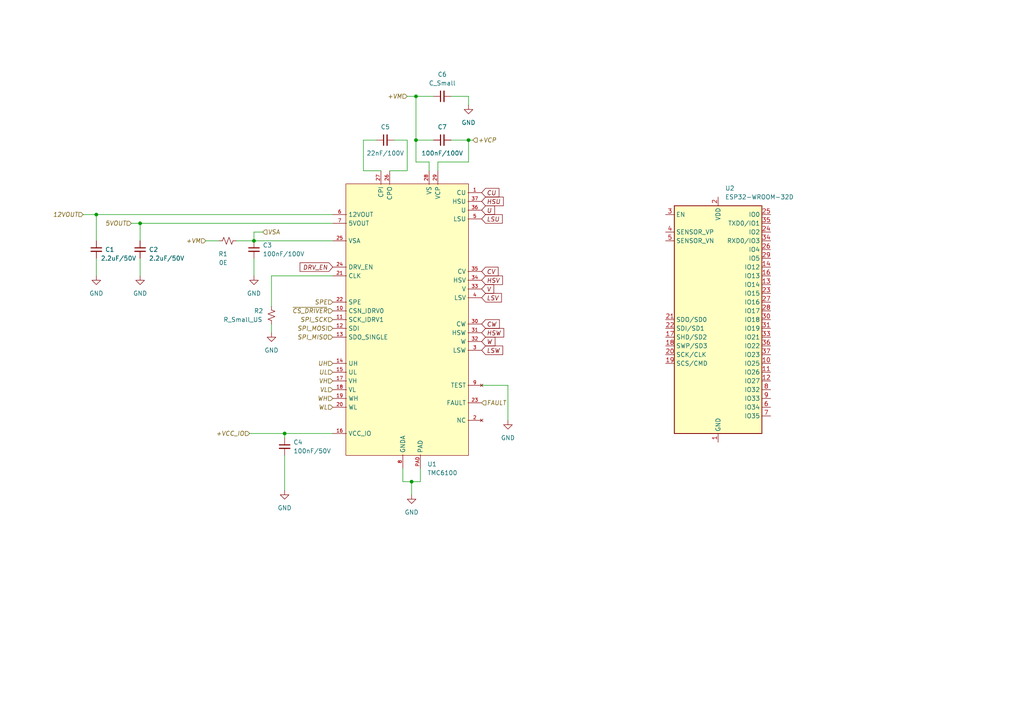
<source format=kicad_sch>
(kicad_sch (version 20211123) (generator eeschema)

  (uuid e63e39d7-6ac0-4ffd-8aa3-1841a4541b55)

  (paper "A4")

  (lib_symbols
    (symbol "Device:C_Small" (pin_numbers hide) (pin_names (offset 0.254) hide) (in_bom yes) (on_board yes)
      (property "Reference" "C" (id 0) (at 0.254 1.778 0)
        (effects (font (size 1.27 1.27)) (justify left))
      )
      (property "Value" "C_Small" (id 1) (at 0.254 -2.032 0)
        (effects (font (size 1.27 1.27)) (justify left))
      )
      (property "Footprint" "" (id 2) (at 0 0 0)
        (effects (font (size 1.27 1.27)) hide)
      )
      (property "Datasheet" "~" (id 3) (at 0 0 0)
        (effects (font (size 1.27 1.27)) hide)
      )
      (property "ki_keywords" "capacitor cap" (id 4) (at 0 0 0)
        (effects (font (size 1.27 1.27)) hide)
      )
      (property "ki_description" "Unpolarized capacitor, small symbol" (id 5) (at 0 0 0)
        (effects (font (size 1.27 1.27)) hide)
      )
      (property "ki_fp_filters" "C_*" (id 6) (at 0 0 0)
        (effects (font (size 1.27 1.27)) hide)
      )
      (symbol "C_Small_0_1"
        (polyline
          (pts
            (xy -1.524 -0.508)
            (xy 1.524 -0.508)
          )
          (stroke (width 0.3302) (type default) (color 0 0 0 0))
          (fill (type none))
        )
        (polyline
          (pts
            (xy -1.524 0.508)
            (xy 1.524 0.508)
          )
          (stroke (width 0.3048) (type default) (color 0 0 0 0))
          (fill (type none))
        )
      )
      (symbol "C_Small_1_1"
        (pin passive line (at 0 2.54 270) (length 2.032)
          (name "~" (effects (font (size 1.27 1.27))))
          (number "1" (effects (font (size 1.27 1.27))))
        )
        (pin passive line (at 0 -2.54 90) (length 2.032)
          (name "~" (effects (font (size 1.27 1.27))))
          (number "2" (effects (font (size 1.27 1.27))))
        )
      )
    )
    (symbol "Device:R_Small_US" (pin_numbers hide) (pin_names (offset 0.254) hide) (in_bom yes) (on_board yes)
      (property "Reference" "R" (id 0) (at 0.762 0.508 0)
        (effects (font (size 1.27 1.27)) (justify left))
      )
      (property "Value" "R_Small_US" (id 1) (at 0.762 -1.016 0)
        (effects (font (size 1.27 1.27)) (justify left))
      )
      (property "Footprint" "" (id 2) (at 0 0 0)
        (effects (font (size 1.27 1.27)) hide)
      )
      (property "Datasheet" "~" (id 3) (at 0 0 0)
        (effects (font (size 1.27 1.27)) hide)
      )
      (property "ki_keywords" "r resistor" (id 4) (at 0 0 0)
        (effects (font (size 1.27 1.27)) hide)
      )
      (property "ki_description" "Resistor, small US symbol" (id 5) (at 0 0 0)
        (effects (font (size 1.27 1.27)) hide)
      )
      (property "ki_fp_filters" "R_*" (id 6) (at 0 0 0)
        (effects (font (size 1.27 1.27)) hide)
      )
      (symbol "R_Small_US_1_1"
        (polyline
          (pts
            (xy 0 0)
            (xy 1.016 -0.381)
            (xy 0 -0.762)
            (xy -1.016 -1.143)
            (xy 0 -1.524)
          )
          (stroke (width 0) (type default) (color 0 0 0 0))
          (fill (type none))
        )
        (polyline
          (pts
            (xy 0 1.524)
            (xy 1.016 1.143)
            (xy 0 0.762)
            (xy -1.016 0.381)
            (xy 0 0)
          )
          (stroke (width 0) (type default) (color 0 0 0 0))
          (fill (type none))
        )
        (pin passive line (at 0 2.54 270) (length 1.016)
          (name "~" (effects (font (size 1.27 1.27))))
          (number "1" (effects (font (size 1.27 1.27))))
        )
        (pin passive line (at 0 -2.54 90) (length 1.016)
          (name "~" (effects (font (size 1.27 1.27))))
          (number "2" (effects (font (size 1.27 1.27))))
        )
      )
    )
    (symbol "RF_Module:ESP32-WROOM-32D" (in_bom yes) (on_board yes)
      (property "Reference" "U" (id 0) (at -12.7 34.29 0)
        (effects (font (size 1.27 1.27)) (justify left))
      )
      (property "Value" "ESP32-WROOM-32D" (id 1) (at 1.27 34.29 0)
        (effects (font (size 1.27 1.27)) (justify left))
      )
      (property "Footprint" "RF_Module:ESP32-WROOM-32" (id 2) (at 0 -38.1 0)
        (effects (font (size 1.27 1.27)) hide)
      )
      (property "Datasheet" "https://www.espressif.com/sites/default/files/documentation/esp32-wroom-32d_esp32-wroom-32u_datasheet_en.pdf" (id 3) (at -7.62 1.27 0)
        (effects (font (size 1.27 1.27)) hide)
      )
      (property "ki_keywords" "RF Radio BT ESP ESP32 Espressif onboard PCB antenna" (id 4) (at 0 0 0)
        (effects (font (size 1.27 1.27)) hide)
      )
      (property "ki_description" "RF Module, ESP32-D0WD SoC, Wi-Fi 802.11b/g/n, Bluetooth, BLE, 32-bit, 2.7-3.6V, onboard antenna, SMD" (id 5) (at 0 0 0)
        (effects (font (size 1.27 1.27)) hide)
      )
      (property "ki_fp_filters" "ESP32?WROOM?32*" (id 6) (at 0 0 0)
        (effects (font (size 1.27 1.27)) hide)
      )
      (symbol "ESP32-WROOM-32D_0_1"
        (rectangle (start -12.7 33.02) (end 12.7 -33.02)
          (stroke (width 0.254) (type default) (color 0 0 0 0))
          (fill (type background))
        )
      )
      (symbol "ESP32-WROOM-32D_1_1"
        (pin power_in line (at 0 -35.56 90) (length 2.54)
          (name "GND" (effects (font (size 1.27 1.27))))
          (number "1" (effects (font (size 1.27 1.27))))
        )
        (pin bidirectional line (at 15.24 -12.7 180) (length 2.54)
          (name "IO25" (effects (font (size 1.27 1.27))))
          (number "10" (effects (font (size 1.27 1.27))))
        )
        (pin bidirectional line (at 15.24 -15.24 180) (length 2.54)
          (name "IO26" (effects (font (size 1.27 1.27))))
          (number "11" (effects (font (size 1.27 1.27))))
        )
        (pin bidirectional line (at 15.24 -17.78 180) (length 2.54)
          (name "IO27" (effects (font (size 1.27 1.27))))
          (number "12" (effects (font (size 1.27 1.27))))
        )
        (pin bidirectional line (at 15.24 10.16 180) (length 2.54)
          (name "IO14" (effects (font (size 1.27 1.27))))
          (number "13" (effects (font (size 1.27 1.27))))
        )
        (pin bidirectional line (at 15.24 15.24 180) (length 2.54)
          (name "IO12" (effects (font (size 1.27 1.27))))
          (number "14" (effects (font (size 1.27 1.27))))
        )
        (pin passive line (at 0 -35.56 90) (length 2.54) hide
          (name "GND" (effects (font (size 1.27 1.27))))
          (number "15" (effects (font (size 1.27 1.27))))
        )
        (pin bidirectional line (at 15.24 12.7 180) (length 2.54)
          (name "IO13" (effects (font (size 1.27 1.27))))
          (number "16" (effects (font (size 1.27 1.27))))
        )
        (pin bidirectional line (at -15.24 -5.08 0) (length 2.54)
          (name "SHD/SD2" (effects (font (size 1.27 1.27))))
          (number "17" (effects (font (size 1.27 1.27))))
        )
        (pin bidirectional line (at -15.24 -7.62 0) (length 2.54)
          (name "SWP/SD3" (effects (font (size 1.27 1.27))))
          (number "18" (effects (font (size 1.27 1.27))))
        )
        (pin bidirectional line (at -15.24 -12.7 0) (length 2.54)
          (name "SCS/CMD" (effects (font (size 1.27 1.27))))
          (number "19" (effects (font (size 1.27 1.27))))
        )
        (pin power_in line (at 0 35.56 270) (length 2.54)
          (name "VDD" (effects (font (size 1.27 1.27))))
          (number "2" (effects (font (size 1.27 1.27))))
        )
        (pin bidirectional line (at -15.24 -10.16 0) (length 2.54)
          (name "SCK/CLK" (effects (font (size 1.27 1.27))))
          (number "20" (effects (font (size 1.27 1.27))))
        )
        (pin bidirectional line (at -15.24 0 0) (length 2.54)
          (name "SDO/SD0" (effects (font (size 1.27 1.27))))
          (number "21" (effects (font (size 1.27 1.27))))
        )
        (pin bidirectional line (at -15.24 -2.54 0) (length 2.54)
          (name "SDI/SD1" (effects (font (size 1.27 1.27))))
          (number "22" (effects (font (size 1.27 1.27))))
        )
        (pin bidirectional line (at 15.24 7.62 180) (length 2.54)
          (name "IO15" (effects (font (size 1.27 1.27))))
          (number "23" (effects (font (size 1.27 1.27))))
        )
        (pin bidirectional line (at 15.24 25.4 180) (length 2.54)
          (name "IO2" (effects (font (size 1.27 1.27))))
          (number "24" (effects (font (size 1.27 1.27))))
        )
        (pin bidirectional line (at 15.24 30.48 180) (length 2.54)
          (name "IO0" (effects (font (size 1.27 1.27))))
          (number "25" (effects (font (size 1.27 1.27))))
        )
        (pin bidirectional line (at 15.24 20.32 180) (length 2.54)
          (name "IO4" (effects (font (size 1.27 1.27))))
          (number "26" (effects (font (size 1.27 1.27))))
        )
        (pin bidirectional line (at 15.24 5.08 180) (length 2.54)
          (name "IO16" (effects (font (size 1.27 1.27))))
          (number "27" (effects (font (size 1.27 1.27))))
        )
        (pin bidirectional line (at 15.24 2.54 180) (length 2.54)
          (name "IO17" (effects (font (size 1.27 1.27))))
          (number "28" (effects (font (size 1.27 1.27))))
        )
        (pin bidirectional line (at 15.24 17.78 180) (length 2.54)
          (name "IO5" (effects (font (size 1.27 1.27))))
          (number "29" (effects (font (size 1.27 1.27))))
        )
        (pin input line (at -15.24 30.48 0) (length 2.54)
          (name "EN" (effects (font (size 1.27 1.27))))
          (number "3" (effects (font (size 1.27 1.27))))
        )
        (pin bidirectional line (at 15.24 0 180) (length 2.54)
          (name "IO18" (effects (font (size 1.27 1.27))))
          (number "30" (effects (font (size 1.27 1.27))))
        )
        (pin bidirectional line (at 15.24 -2.54 180) (length 2.54)
          (name "IO19" (effects (font (size 1.27 1.27))))
          (number "31" (effects (font (size 1.27 1.27))))
        )
        (pin no_connect line (at -12.7 -27.94 0) (length 2.54) hide
          (name "NC" (effects (font (size 1.27 1.27))))
          (number "32" (effects (font (size 1.27 1.27))))
        )
        (pin bidirectional line (at 15.24 -5.08 180) (length 2.54)
          (name "IO21" (effects (font (size 1.27 1.27))))
          (number "33" (effects (font (size 1.27 1.27))))
        )
        (pin bidirectional line (at 15.24 22.86 180) (length 2.54)
          (name "RXD0/IO3" (effects (font (size 1.27 1.27))))
          (number "34" (effects (font (size 1.27 1.27))))
        )
        (pin bidirectional line (at 15.24 27.94 180) (length 2.54)
          (name "TXD0/IO1" (effects (font (size 1.27 1.27))))
          (number "35" (effects (font (size 1.27 1.27))))
        )
        (pin bidirectional line (at 15.24 -7.62 180) (length 2.54)
          (name "IO22" (effects (font (size 1.27 1.27))))
          (number "36" (effects (font (size 1.27 1.27))))
        )
        (pin bidirectional line (at 15.24 -10.16 180) (length 2.54)
          (name "IO23" (effects (font (size 1.27 1.27))))
          (number "37" (effects (font (size 1.27 1.27))))
        )
        (pin passive line (at 0 -35.56 90) (length 2.54) hide
          (name "GND" (effects (font (size 1.27 1.27))))
          (number "38" (effects (font (size 1.27 1.27))))
        )
        (pin passive line (at 0 -35.56 90) (length 2.54) hide
          (name "GND" (effects (font (size 1.27 1.27))))
          (number "39" (effects (font (size 1.27 1.27))))
        )
        (pin input line (at -15.24 25.4 0) (length 2.54)
          (name "SENSOR_VP" (effects (font (size 1.27 1.27))))
          (number "4" (effects (font (size 1.27 1.27))))
        )
        (pin input line (at -15.24 22.86 0) (length 2.54)
          (name "SENSOR_VN" (effects (font (size 1.27 1.27))))
          (number "5" (effects (font (size 1.27 1.27))))
        )
        (pin input line (at 15.24 -25.4 180) (length 2.54)
          (name "IO34" (effects (font (size 1.27 1.27))))
          (number "6" (effects (font (size 1.27 1.27))))
        )
        (pin input line (at 15.24 -27.94 180) (length 2.54)
          (name "IO35" (effects (font (size 1.27 1.27))))
          (number "7" (effects (font (size 1.27 1.27))))
        )
        (pin bidirectional line (at 15.24 -20.32 180) (length 2.54)
          (name "IO32" (effects (font (size 1.27 1.27))))
          (number "8" (effects (font (size 1.27 1.27))))
        )
        (pin bidirectional line (at 15.24 -22.86 180) (length 2.54)
          (name "IO33" (effects (font (size 1.27 1.27))))
          (number "9" (effects (font (size 1.27 1.27))))
        )
      )
    )
    (symbol "SiFOCR:TMC6100" (in_bom yes) (on_board yes)
      (property "Reference" "U" (id 0) (at 0 45.72 0)
        (effects (font (size 1.27 1.27)))
      )
      (property "Value" "TMC6100" (id 1) (at 0 45.72 0)
        (effects (font (size 1.27 1.27)))
      )
      (property "Footprint" "" (id 2) (at 0 45.72 0)
        (effects (font (size 1.27 1.27)) hide)
      )
      (property "Datasheet" "" (id 3) (at 0 45.72 0)
        (effects (font (size 1.27 1.27)) hide)
      )
      (symbol "TMC6100_0_0"
        (pin power_in line (at 35.56 3.81 180) (length 3.9878)
          (name "CU" (effects (font (size 1.27 1.27))))
          (number "1" (effects (font (size 0.9906 0.9906))))
        )
        (pin bidirectional line (at -7.62 -30.48 0) (length 3.9878)
          (name "CSN_IDRV0" (effects (font (size 1.27 1.27))))
          (number "10" (effects (font (size 0.9906 0.9906))))
        )
        (pin bidirectional line (at -7.62 -33.02 0) (length 3.9878)
          (name "SCK_IDRV1" (effects (font (size 1.27 1.27))))
          (number "11" (effects (font (size 0.9906 0.9906))))
        )
        (pin bidirectional line (at -7.62 -35.56 0) (length 3.9878)
          (name "SDI" (effects (font (size 1.27 1.27))))
          (number "12" (effects (font (size 0.9906 0.9906))))
        )
        (pin bidirectional line (at -7.62 -38.1 0) (length 3.9878)
          (name "SDO_SINGLE" (effects (font (size 1.27 1.27))))
          (number "13" (effects (font (size 0.9906 0.9906))))
        )
        (pin input line (at -7.62 -45.72 0) (length 3.9878)
          (name "UH" (effects (font (size 1.27 1.27))))
          (number "14" (effects (font (size 0.9906 0.9906))))
        )
        (pin input line (at -7.62 -48.26 0) (length 3.9878)
          (name "UL" (effects (font (size 1.27 1.27))))
          (number "15" (effects (font (size 0.9906 0.9906))))
        )
        (pin input line (at -7.62 -66.04 0) (length 3.9878)
          (name "VCC_IO" (effects (font (size 1.27 1.27))))
          (number "16" (effects (font (size 0.9906 0.9906))))
        )
        (pin input line (at -7.62 -50.8 0) (length 3.9878)
          (name "VH" (effects (font (size 1.27 1.27))))
          (number "17" (effects (font (size 0.9906 0.9906))))
        )
        (pin input line (at -7.62 -53.34 0) (length 3.9878)
          (name "VL" (effects (font (size 1.27 1.27))))
          (number "18" (effects (font (size 0.9906 0.9906))))
        )
        (pin input line (at -7.62 -55.88 0) (length 3.9878)
          (name "WH" (effects (font (size 1.27 1.27))))
          (number "19" (effects (font (size 0.9906 0.9906))))
        )
        (pin no_connect line (at 35.56 -62.23 180) (length 3.9878)
          (name "NC" (effects (font (size 1.27 1.27))))
          (number "2" (effects (font (size 0.9906 0.9906))))
        )
        (pin input line (at -7.62 -58.42 0) (length 3.9878)
          (name "WL" (effects (font (size 1.27 1.27))))
          (number "20" (effects (font (size 0.9906 0.9906))))
        )
        (pin bidirectional line (at -7.62 -20.32 0) (length 3.9878)
          (name "CLK" (effects (font (size 1.27 1.27))))
          (number "21" (effects (font (size 0.9906 0.9906))))
        )
        (pin bidirectional line (at -7.62 -27.94 0) (length 3.9878)
          (name "SPE" (effects (font (size 1.27 1.27))))
          (number "22" (effects (font (size 0.9906 0.9906))))
        )
        (pin input line (at 35.56 -57.15 180) (length 3.9878)
          (name "FAULT" (effects (font (size 1.27 1.27))))
          (number "23" (effects (font (size 0.9906 0.9906))))
        )
        (pin input line (at -7.62 -17.78 0) (length 3.9878)
          (name "DRV_EN" (effects (font (size 1.27 1.27))))
          (number "24" (effects (font (size 0.9906 0.9906))))
        )
        (pin bidirectional line (at -7.62 -10.16 0) (length 3.9878)
          (name "VSA" (effects (font (size 1.27 1.27))))
          (number "25" (effects (font (size 0.9906 0.9906))))
        )
        (pin power_in line (at 8.89 10.16 270) (length 3.9878)
          (name "CPO" (effects (font (size 1.27 1.27))))
          (number "26" (effects (font (size 0.9906 0.9906))))
        )
        (pin power_in line (at 6.35 10.16 270) (length 3.9878)
          (name "CPI" (effects (font (size 1.27 1.27))))
          (number "27" (effects (font (size 0.9906 0.9906))))
        )
        (pin power_in line (at 20.32 10.16 270) (length 3.9878)
          (name "VS" (effects (font (size 1.27 1.27))))
          (number "28" (effects (font (size 0.9906 0.9906))))
        )
        (pin power_out line (at 22.86 10.16 270) (length 3.9878)
          (name "VCP" (effects (font (size 1.27 1.27))))
          (number "29" (effects (font (size 0.9906 0.9906))))
        )
        (pin power_out line (at 35.56 -41.91 180) (length 3.9878)
          (name "LSW" (effects (font (size 1.27 1.27))))
          (number "3" (effects (font (size 0.9906 0.9906))))
        )
        (pin power_out line (at 35.56 -34.29 180) (length 3.9878)
          (name "CW" (effects (font (size 1.27 1.27))))
          (number "30" (effects (font (size 0.9906 0.9906))))
        )
        (pin power_out line (at 35.56 -36.83 180) (length 3.9878)
          (name "HSW" (effects (font (size 1.27 1.27))))
          (number "31" (effects (font (size 0.9906 0.9906))))
        )
        (pin power_out line (at 35.56 -39.37 180) (length 3.9878)
          (name "W" (effects (font (size 1.27 1.27))))
          (number "32" (effects (font (size 0.9906 0.9906))))
        )
        (pin power_out line (at 35.56 -24.13 180) (length 3.9878)
          (name "V" (effects (font (size 1.27 1.27))))
          (number "33" (effects (font (size 0.9906 0.9906))))
        )
        (pin power_out line (at 35.56 -21.59 180) (length 3.9878)
          (name "HSV" (effects (font (size 1.27 1.27))))
          (number "34" (effects (font (size 0.9906 0.9906))))
        )
        (pin power_out line (at 35.56 -19.05 180) (length 3.9878)
          (name "CV" (effects (font (size 1.27 1.27))))
          (number "35" (effects (font (size 0.9906 0.9906))))
        )
        (pin power_out line (at 35.56 -1.27 180) (length 3.9878)
          (name "U" (effects (font (size 1.27 1.27))))
          (number "36" (effects (font (size 0.9906 0.9906))))
        )
        (pin power_out line (at 35.56 1.27 180) (length 3.9878)
          (name "HSU" (effects (font (size 1.27 1.27))))
          (number "37" (effects (font (size 0.9906 0.9906))))
        )
        (pin power_out line (at 35.56 -26.67 180) (length 3.9878)
          (name "LSV" (effects (font (size 1.27 1.27))))
          (number "4" (effects (font (size 0.9906 0.9906))))
        )
        (pin power_out line (at 35.56 -3.81 180) (length 3.9878)
          (name "LSU" (effects (font (size 1.27 1.27))))
          (number "5" (effects (font (size 0.9906 0.9906))))
        )
        (pin power_out line (at -7.62 -2.54 0) (length 3.9878)
          (name "12VOUT" (effects (font (size 1.27 1.27))))
          (number "6" (effects (font (size 0.9906 0.9906))))
        )
        (pin power_out line (at -7.62 -5.08 0) (length 3.9878)
          (name "5VOUT" (effects (font (size 1.27 1.27))))
          (number "7" (effects (font (size 0.9906 0.9906))))
        )
        (pin power_out line (at 12.7 -76.2 90) (length 3.9878)
          (name "GNDA" (effects (font (size 1.27 1.27))))
          (number "8" (effects (font (size 0.9906 0.9906))))
        )
        (pin no_connect line (at 35.56 -52.07 180) (length 3.9878)
          (name "TEST" (effects (font (size 1.27 1.27))))
          (number "9" (effects (font (size 0.9906 0.9906))))
        )
      )
      (symbol "TMC6100_0_1"
        (rectangle (start -3.81 6.35) (end 31.75 -72.39)
          (stroke (width 0) (type default) (color 0 0 0 0))
          (fill (type background))
        )
      )
      (symbol "TMC6100_1_1"
        (pin input line (at 17.78 -76.2 90) (length 3.9878)
          (name "PAD" (effects (font (size 1.27 1.27))))
          (number "PAD" (effects (font (size 0.9906 0.9906))))
        )
      )
    )
    (symbol "power:GND" (power) (pin_names (offset 0)) (in_bom yes) (on_board yes)
      (property "Reference" "#PWR" (id 0) (at 0 -6.35 0)
        (effects (font (size 1.27 1.27)) hide)
      )
      (property "Value" "GND" (id 1) (at 0 -3.81 0)
        (effects (font (size 1.27 1.27)))
      )
      (property "Footprint" "" (id 2) (at 0 0 0)
        (effects (font (size 1.27 1.27)) hide)
      )
      (property "Datasheet" "" (id 3) (at 0 0 0)
        (effects (font (size 1.27 1.27)) hide)
      )
      (property "ki_keywords" "power-flag" (id 4) (at 0 0 0)
        (effects (font (size 1.27 1.27)) hide)
      )
      (property "ki_description" "Power symbol creates a global label with name \"GND\" , ground" (id 5) (at 0 0 0)
        (effects (font (size 1.27 1.27)) hide)
      )
      (symbol "GND_0_1"
        (polyline
          (pts
            (xy 0 0)
            (xy 0 -1.27)
            (xy 1.27 -1.27)
            (xy 0 -2.54)
            (xy -1.27 -1.27)
            (xy 0 -1.27)
          )
          (stroke (width 0) (type default) (color 0 0 0 0))
          (fill (type none))
        )
      )
      (symbol "GND_1_1"
        (pin power_in line (at 0 0 270) (length 0) hide
          (name "GND" (effects (font (size 1.27 1.27))))
          (number "1" (effects (font (size 1.27 1.27))))
        )
      )
    )
  )

  (junction (at 120.65 27.94) (diameter 0) (color 0 0 0 0)
    (uuid 05783b37-49c6-41cc-8032-36496a1f734c)
  )
  (junction (at 27.94 62.23) (diameter 0) (color 0 0 0 0)
    (uuid 68fba86b-50e3-41ee-b52b-0732d8ff1b62)
  )
  (junction (at 119.38 139.7) (diameter 0) (color 0 0 0 0)
    (uuid 81b4498b-45e4-408e-a616-b5273468adcc)
  )
  (junction (at 82.55 125.73) (diameter 0) (color 0 0 0 0)
    (uuid a2d3206a-4f57-483a-a778-9695b7b13674)
  )
  (junction (at 135.89 40.64) (diameter 0) (color 0 0 0 0)
    (uuid cc4ef893-481c-4f8c-a574-4b3b172fd4d9)
  )
  (junction (at 120.65 40.64) (diameter 0) (color 0 0 0 0)
    (uuid d6d7e84f-f030-406a-bc13-5b00e8372e3d)
  )
  (junction (at 40.64 64.77) (diameter 0) (color 0 0 0 0)
    (uuid d71bfc95-467b-4bf4-bc2b-d16c880ec91e)
  )
  (junction (at 73.66 69.85) (diameter 0) (color 0 0 0 0)
    (uuid e455c97f-0735-47d0-954f-c7d41a1061e4)
  )

  (wire (pts (xy 68.58 69.85) (xy 73.66 69.85))
    (stroke (width 0) (type default) (color 0 0 0 0))
    (uuid 01afd943-3123-4571-bccf-409f98cfaba9)
  )
  (wire (pts (xy 73.66 74.93) (xy 73.66 80.01))
    (stroke (width 0) (type default) (color 0 0 0 0))
    (uuid 0e4dba94-69be-43f0-91f0-6a5748083353)
  )
  (wire (pts (xy 120.65 40.64) (xy 125.73 40.64))
    (stroke (width 0) (type default) (color 0 0 0 0))
    (uuid 0e6a16b7-fcb4-429a-bef4-6be241e9595d)
  )
  (wire (pts (xy 73.66 67.31) (xy 76.2 67.31))
    (stroke (width 0) (type default) (color 0 0 0 0))
    (uuid 120905bc-e2c9-4a76-8a86-bea1b36e1498)
  )
  (wire (pts (xy 127 49.53) (xy 127 46.99))
    (stroke (width 0) (type default) (color 0 0 0 0))
    (uuid 14b7678e-5762-4084-9dd6-03a43ac84e7d)
  )
  (wire (pts (xy 114.3 40.64) (xy 118.11 40.64))
    (stroke (width 0) (type default) (color 0 0 0 0))
    (uuid 1aa82f0d-2b95-4422-a485-ae22217acb78)
  )
  (wire (pts (xy 127 46.99) (xy 135.89 46.99))
    (stroke (width 0) (type default) (color 0 0 0 0))
    (uuid 2b4f0d6b-3163-4a97-920f-26b0d5d5bed4)
  )
  (wire (pts (xy 72.39 125.73) (xy 82.55 125.73))
    (stroke (width 0) (type default) (color 0 0 0 0))
    (uuid 2c35af05-394f-43f5-82f3-cc503ec943db)
  )
  (wire (pts (xy 147.32 111.76) (xy 147.32 121.92))
    (stroke (width 0) (type default) (color 0 0 0 0))
    (uuid 3440b3f3-8256-441e-89ff-72983e1e8c23)
  )
  (wire (pts (xy 73.66 69.85) (xy 73.66 67.31))
    (stroke (width 0) (type default) (color 0 0 0 0))
    (uuid 36611d5c-f620-45ba-958f-748212b5e1d6)
  )
  (wire (pts (xy 59.69 69.85) (xy 63.5 69.85))
    (stroke (width 0) (type default) (color 0 0 0 0))
    (uuid 39dd4e2b-b98c-4982-866e-f4cdc5b638cf)
  )
  (wire (pts (xy 73.66 69.85) (xy 96.52 69.85))
    (stroke (width 0) (type default) (color 0 0 0 0))
    (uuid 5118f1e4-6b2b-401a-a5cf-b5312e124495)
  )
  (wire (pts (xy 78.74 93.98) (xy 78.74 96.52))
    (stroke (width 0) (type default) (color 0 0 0 0))
    (uuid 58386ef2-6ad4-4027-9903-aec66276fcb4)
  )
  (wire (pts (xy 38.1 64.77) (xy 40.64 64.77))
    (stroke (width 0) (type default) (color 0 0 0 0))
    (uuid 58efc0f1-afb3-40a5-83c7-81f84aec0ff3)
  )
  (wire (pts (xy 40.64 74.93) (xy 40.64 80.01))
    (stroke (width 0) (type default) (color 0 0 0 0))
    (uuid 617ae239-d4af-4a04-98ad-5e220237e16d)
  )
  (wire (pts (xy 135.89 40.64) (xy 137.16 40.64))
    (stroke (width 0) (type default) (color 0 0 0 0))
    (uuid 61d2f13d-4087-407f-883e-154825f7bcde)
  )
  (wire (pts (xy 78.74 80.01) (xy 78.74 88.9))
    (stroke (width 0) (type default) (color 0 0 0 0))
    (uuid 653eb938-da12-4a51-b315-302f24362f20)
  )
  (wire (pts (xy 40.64 64.77) (xy 96.52 64.77))
    (stroke (width 0) (type default) (color 0 0 0 0))
    (uuid 66912298-b0d3-4c69-8f72-cd068185f639)
  )
  (wire (pts (xy 110.49 49.53) (xy 105.41 49.53))
    (stroke (width 0) (type default) (color 0 0 0 0))
    (uuid 69d7d0f1-0192-4b3e-9ab0-e19cfdb1f307)
  )
  (wire (pts (xy 27.94 62.23) (xy 96.52 62.23))
    (stroke (width 0) (type default) (color 0 0 0 0))
    (uuid 6abf7866-5027-4eee-b2f2-ad84b9ce2438)
  )
  (wire (pts (xy 119.38 139.7) (xy 121.92 139.7))
    (stroke (width 0) (type default) (color 0 0 0 0))
    (uuid 6e56977f-6078-45b8-afd9-332eb43858db)
  )
  (wire (pts (xy 82.55 125.73) (xy 96.52 125.73))
    (stroke (width 0) (type default) (color 0 0 0 0))
    (uuid 6e8f8ee5-8c01-4236-90ac-b5c4d9e320f1)
  )
  (wire (pts (xy 105.41 49.53) (xy 105.41 40.64))
    (stroke (width 0) (type default) (color 0 0 0 0))
    (uuid 6e9715e4-13f9-4959-b852-d1fb83876ecf)
  )
  (wire (pts (xy 116.84 135.89) (xy 116.84 139.7))
    (stroke (width 0) (type default) (color 0 0 0 0))
    (uuid 7c2da008-df3f-4543-9bff-7c21ad775617)
  )
  (wire (pts (xy 113.03 49.53) (xy 118.11 49.53))
    (stroke (width 0) (type default) (color 0 0 0 0))
    (uuid 8150e46a-084e-4e5d-932b-a4a8e2e7616c)
  )
  (wire (pts (xy 27.94 69.85) (xy 27.94 62.23))
    (stroke (width 0) (type default) (color 0 0 0 0))
    (uuid 85919167-a7b0-4c60-854a-08a7200f7a97)
  )
  (wire (pts (xy 40.64 64.77) (xy 40.64 69.85))
    (stroke (width 0) (type default) (color 0 0 0 0))
    (uuid 88f745ed-d72d-45d3-88cf-0f443e5916ac)
  )
  (wire (pts (xy 147.32 111.76) (xy 139.7 111.76))
    (stroke (width 0) (type default) (color 0 0 0 0))
    (uuid 9124e05c-2847-4694-b646-b54cc82eb619)
  )
  (wire (pts (xy 120.65 27.94) (xy 125.73 27.94))
    (stroke (width 0) (type default) (color 0 0 0 0))
    (uuid 91925796-ca07-4b40-ba7c-205009db5774)
  )
  (wire (pts (xy 82.55 125.73) (xy 82.55 127))
    (stroke (width 0) (type default) (color 0 0 0 0))
    (uuid 96a6d873-fa79-424e-a0d2-760d2be9a878)
  )
  (wire (pts (xy 82.55 132.08) (xy 82.55 142.24))
    (stroke (width 0) (type default) (color 0 0 0 0))
    (uuid 9e72866c-387a-40db-8ead-fe8bdca3e462)
  )
  (wire (pts (xy 120.65 46.99) (xy 120.65 40.64))
    (stroke (width 0) (type default) (color 0 0 0 0))
    (uuid a1494815-c4eb-44a3-910d-73531589b5e8)
  )
  (wire (pts (xy 135.89 46.99) (xy 135.89 40.64))
    (stroke (width 0) (type default) (color 0 0 0 0))
    (uuid a6291a3f-cea4-4d94-b16b-7ec3f1e573ca)
  )
  (wire (pts (xy 121.92 139.7) (xy 121.92 135.89))
    (stroke (width 0) (type default) (color 0 0 0 0))
    (uuid abd06736-e670-44b6-979c-cb25d410d555)
  )
  (wire (pts (xy 135.89 27.94) (xy 135.89 30.48))
    (stroke (width 0) (type default) (color 0 0 0 0))
    (uuid b0c6f6db-73e3-41d3-bb2c-70e154712583)
  )
  (wire (pts (xy 118.11 40.64) (xy 118.11 49.53))
    (stroke (width 0) (type default) (color 0 0 0 0))
    (uuid b51cc022-a049-4ae2-98ae-204fe5ad7a47)
  )
  (wire (pts (xy 130.81 27.94) (xy 135.89 27.94))
    (stroke (width 0) (type default) (color 0 0 0 0))
    (uuid b73d3512-4899-426e-a76d-1731fd3b6766)
  )
  (wire (pts (xy 130.81 40.64) (xy 135.89 40.64))
    (stroke (width 0) (type default) (color 0 0 0 0))
    (uuid bb1feb6a-121d-419c-a9df-d31a0aaa131b)
  )
  (wire (pts (xy 24.13 62.23) (xy 27.94 62.23))
    (stroke (width 0) (type default) (color 0 0 0 0))
    (uuid bbc04b9b-3202-4f25-b3de-71f5a7980541)
  )
  (wire (pts (xy 116.84 139.7) (xy 119.38 139.7))
    (stroke (width 0) (type default) (color 0 0 0 0))
    (uuid bd3fa25d-5b51-4992-bbbf-2f47c15516fd)
  )
  (wire (pts (xy 78.74 80.01) (xy 96.52 80.01))
    (stroke (width 0) (type default) (color 0 0 0 0))
    (uuid cb3f9151-e066-4fa9-92ff-0342be82b8c6)
  )
  (wire (pts (xy 124.46 49.53) (xy 124.46 46.99))
    (stroke (width 0) (type default) (color 0 0 0 0))
    (uuid d988fe8c-d332-4d4f-b0a3-adb63785f6c9)
  )
  (wire (pts (xy 27.94 74.93) (xy 27.94 80.01))
    (stroke (width 0) (type default) (color 0 0 0 0))
    (uuid db801b25-595a-42f2-bb53-620ed4eb1c42)
  )
  (wire (pts (xy 119.38 139.7) (xy 119.38 143.51))
    (stroke (width 0) (type default) (color 0 0 0 0))
    (uuid e08d28ad-7b39-479d-9c8c-0499734f469e)
  )
  (wire (pts (xy 120.65 40.64) (xy 120.65 27.94))
    (stroke (width 0) (type default) (color 0 0 0 0))
    (uuid e437d178-8d11-4332-a2e9-13d32df82032)
  )
  (wire (pts (xy 124.46 46.99) (xy 120.65 46.99))
    (stroke (width 0) (type default) (color 0 0 0 0))
    (uuid e9825316-d438-45e6-9449-284185b77885)
  )
  (wire (pts (xy 105.41 40.64) (xy 109.22 40.64))
    (stroke (width 0) (type default) (color 0 0 0 0))
    (uuid eeb29d84-e40c-42f5-b529-c7b8d5cfd209)
  )
  (wire (pts (xy 118.11 27.94) (xy 120.65 27.94))
    (stroke (width 0) (type default) (color 0 0 0 0))
    (uuid f454aff4-be4f-4427-b15a-c9e47dae5aef)
  )

  (global_label "CW" (shape input) (at 139.7 93.98 0) (fields_autoplaced)
    (effects (font (size 1.27 1.27) italic) (justify left))
    (uuid 01b47066-56af-45e9-b456-e34e13b78c46)
    (property "Intersheet References" "${INTERSHEET_REFS}" (id 0) (at 145.0901 93.9006 0)
      (effects (font (size 1.27 1.27) italic) (justify left) hide)
    )
  )
  (global_label "W" (shape input) (at 139.7 99.06 0) (fields_autoplaced)
    (effects (font (size 1.27 1.27) italic) (justify left))
    (uuid 15b8cce9-4931-4180-be3f-ea7eb1d9cb4b)
    (property "Intersheet References" "${INTERSHEET_REFS}" (id 0) (at 143.8201 98.9806 0)
      (effects (font (size 1.27 1.27) italic) (justify left) hide)
    )
  )
  (global_label "U" (shape input) (at 139.7 60.96 0) (fields_autoplaced)
    (effects (font (size 1.27 1.27) italic) (justify left))
    (uuid 19cac01c-d921-4dad-939e-d2d564f3f4c0)
    (property "Intersheet References" "${INTERSHEET_REFS}" (id 0) (at 143.6992 60.8806 0)
      (effects (font (size 1.27 1.27) italic) (justify left) hide)
    )
  )
  (global_label "LSU" (shape input) (at 139.7 63.5 0) (fields_autoplaced)
    (effects (font (size 1.27 1.27) italic) (justify left))
    (uuid 1ce83ea5-1605-419a-bb03-49c66c995542)
    (property "Intersheet References" "${INTERSHEET_REFS}" (id 0) (at 145.9368 63.4206 0)
      (effects (font (size 1.27 1.27) italic) (justify left) hide)
    )
  )
  (global_label "LSV" (shape input) (at 139.7 86.36 0) (fields_autoplaced)
    (effects (font (size 1.27 1.27) italic) (justify left))
    (uuid 21e7bff7-55fb-4bc9-972b-33bf636fac9b)
    (property "Intersheet References" "${INTERSHEET_REFS}" (id 0) (at 145.6949 86.2806 0)
      (effects (font (size 1.27 1.27) italic) (justify left) hide)
    )
  )
  (global_label "DRV_EN" (shape input) (at 96.52 77.47 180) (fields_autoplaced)
    (effects (font (size 1.27 1.27) italic) (justify right))
    (uuid 2cbd9cc6-3270-46ea-ad39-093b23bfce1c)
    (property "Intersheet References" "${INTERSHEET_REFS}" (id 0) (at 86.7756 77.3906 0)
      (effects (font (size 1.27 1.27) italic) (justify right) hide)
    )
  )
  (global_label "V" (shape input) (at 139.7 83.82 0) (fields_autoplaced)
    (effects (font (size 1.27 1.27) italic) (justify left))
    (uuid 555a0509-74c0-47db-8909-11f98fcc5dd1)
    (property "Intersheet References" "${INTERSHEET_REFS}" (id 0) (at 143.4573 83.7406 0)
      (effects (font (size 1.27 1.27) italic) (justify left) hide)
    )
  )
  (global_label "CU" (shape input) (at 139.7 55.88 0) (fields_autoplaced)
    (effects (font (size 1.27 1.27) italic) (justify left))
    (uuid 7bc5d086-47ae-404d-8db0-5238027db08a)
    (property "Intersheet References" "${INTERSHEET_REFS}" (id 0) (at 144.9692 55.8006 0)
      (effects (font (size 1.27 1.27) italic) (justify left) hide)
    )
  )
  (global_label "CV" (shape input) (at 139.7 78.74 0) (fields_autoplaced)
    (effects (font (size 1.27 1.27) italic) (justify left))
    (uuid 91c12701-7299-4ea0-a6a7-3685698be25f)
    (property "Intersheet References" "${INTERSHEET_REFS}" (id 0) (at 144.7273 78.6606 0)
      (effects (font (size 1.27 1.27) italic) (justify left) hide)
    )
  )
  (global_label "LSW" (shape input) (at 139.7 101.6 0) (fields_autoplaced)
    (effects (font (size 1.27 1.27) italic) (justify left))
    (uuid b5f5c22e-7f28-4daf-8c70-18010721d325)
    (property "Intersheet References" "${INTERSHEET_REFS}" (id 0) (at 146.0577 101.5206 0)
      (effects (font (size 1.27 1.27) italic) (justify left) hide)
    )
  )
  (global_label "HSU" (shape input) (at 139.7 58.42 0) (fields_autoplaced)
    (effects (font (size 1.27 1.27) italic) (justify left))
    (uuid bd908612-54ed-4f30-b710-0eb42757a4ac)
    (property "Intersheet References" "${INTERSHEET_REFS}" (id 0) (at 146.2392 58.3406 0)
      (effects (font (size 1.27 1.27) italic) (justify left) hide)
    )
  )
  (global_label "HSV" (shape input) (at 139.7 81.28 0) (fields_autoplaced)
    (effects (font (size 1.27 1.27) italic) (justify left))
    (uuid c8267f2a-c9f2-4fcf-bc0f-1cc3c9012c5f)
    (property "Intersheet References" "${INTERSHEET_REFS}" (id 0) (at 145.9973 81.2006 0)
      (effects (font (size 1.27 1.27) italic) (justify left) hide)
    )
  )
  (global_label "HSW" (shape input) (at 139.7 96.52 0) (fields_autoplaced)
    (effects (font (size 1.27 1.27) italic) (justify left))
    (uuid e07e5a0c-e140-49e4-9f83-f0ebe0b7eed7)
    (property "Intersheet References" "${INTERSHEET_REFS}" (id 0) (at 146.3601 96.4406 0)
      (effects (font (size 1.27 1.27) italic) (justify left) hide)
    )
  )

  (hierarchical_label "12VOUT" (shape input) (at 24.13 62.23 180)
    (effects (font (size 1.27 1.27) italic) (justify right))
    (uuid 0aef1b60-a716-4c45-ba8c-2c531877a8a1)
  )
  (hierarchical_label "VSA" (shape input) (at 76.2 67.31 0)
    (effects (font (size 1.27 1.27) italic) (justify left))
    (uuid 178cac95-dde0-49db-a6a2-c794e2a102c0)
  )
  (hierarchical_label "+VCC_IO" (shape input) (at 72.39 125.73 180)
    (effects (font (size 1.27 1.27) italic) (justify right))
    (uuid 1e59c40a-d469-4a89-83b7-bd73e94827fe)
  )
  (hierarchical_label "~{CS_DRIVER}" (shape input) (at 96.52 90.17 180)
    (effects (font (size 1.27 1.27) italic) (justify right))
    (uuid 320d0f37-fc82-4456-a014-80764543eba3)
  )
  (hierarchical_label "UL" (shape input) (at 96.52 107.95 180)
    (effects (font (size 1.27 1.27) italic) (justify right))
    (uuid 399bb7ae-5a51-43e8-bdae-e8c9ae172717)
  )
  (hierarchical_label "FAULT" (shape input) (at 139.7 116.84 0)
    (effects (font (size 1.27 1.27) italic) (justify left))
    (uuid 3ed0e7f9-a52f-46fe-b45e-96ea301a8674)
  )
  (hierarchical_label "SPI_MISO" (shape input) (at 96.52 97.79 180)
    (effects (font (size 1.27 1.27) italic) (justify right))
    (uuid 48ede83e-5ecd-41c8-bf11-36ce41c7b504)
  )
  (hierarchical_label "5VOUT" (shape input) (at 38.1 64.77 180)
    (effects (font (size 1.27 1.27) italic) (justify right))
    (uuid 51adf2df-a63a-4284-a755-721a0d0d68bf)
  )
  (hierarchical_label "UH" (shape input) (at 96.52 105.41 180)
    (effects (font (size 1.27 1.27) italic) (justify right))
    (uuid 5b74be9a-d294-4b06-ad25-d15bc5d1aa09)
  )
  (hierarchical_label "WL" (shape input) (at 96.52 118.11 180)
    (effects (font (size 1.27 1.27) italic) (justify right))
    (uuid 79b8d7ae-702a-4841-bcf3-dc46129e7073)
  )
  (hierarchical_label "+VM" (shape input) (at 118.11 27.94 180)
    (effects (font (size 1.27 1.27) italic) (justify right))
    (uuid 83ad8b1f-1e03-4f83-92a9-b86e384ad6be)
  )
  (hierarchical_label "SPI_MOSI" (shape input) (at 96.52 95.25 180)
    (effects (font (size 1.27 1.27) italic) (justify right))
    (uuid aa111982-e9d1-4ddd-ab3d-a1c6af6a8ac8)
  )
  (hierarchical_label "SPI_SCK" (shape input) (at 96.52 92.71 180)
    (effects (font (size 1.27 1.27) italic) (justify right))
    (uuid b983e96e-39ae-48b4-846c-27733c07215c)
  )
  (hierarchical_label "+VM" (shape input) (at 59.69 69.85 180)
    (effects (font (size 1.27 1.27) italic) (justify right))
    (uuid be5b8390-0ab7-4ddc-93e5-b73e056bd0c2)
  )
  (hierarchical_label "+VCP" (shape input) (at 137.16 40.64 0)
    (effects (font (size 1.27 1.27) italic) (justify left))
    (uuid d1ed221f-7004-4761-86bb-1adcec3464b5)
  )
  (hierarchical_label "VH" (shape input) (at 96.52 110.49 180)
    (effects (font (size 1.27 1.27) italic) (justify right))
    (uuid dd4e8ab7-5df6-4d25-96e0-f096355760ee)
  )
  (hierarchical_label "VL" (shape input) (at 96.52 113.03 180)
    (effects (font (size 1.27 1.27) italic) (justify right))
    (uuid eb2bc555-efc1-4732-bfff-458f2e5f7ad8)
  )
  (hierarchical_label "SPE" (shape input) (at 96.52 87.63 180)
    (effects (font (size 1.27 1.27) italic) (justify right))
    (uuid fa8eb2d6-748e-4b7a-adb1-772d9671b852)
  )
  (hierarchical_label "WH" (shape input) (at 96.52 115.57 180)
    (effects (font (size 1.27 1.27) italic) (justify right))
    (uuid fb6d9e70-29d0-4b7b-b19d-c2bcd01055fd)
  )

  (symbol (lib_id "Device:R_Small_US") (at 78.74 91.44 180) (unit 1)
    (in_bom yes) (on_board yes)
    (uuid 1a603b90-0c87-452c-a125-a10383531f1a)
    (property "Reference" "R2" (id 0) (at 73.66 90.17 0)
      (effects (font (size 1.27 1.27)) (justify right))
    )
    (property "Value" "R_Small_US" (id 1) (at 64.77 92.71 0)
      (effects (font (size 1.27 1.27)) (justify right))
    )
    (property "Footprint" "Resistor_SMD:R_0603_1608Metric" (id 2) (at 78.74 91.44 0)
      (effects (font (size 1.27 1.27)) hide)
    )
    (property "Datasheet" "~" (id 3) (at 78.74 91.44 0)
      (effects (font (size 1.27 1.27)) hide)
    )
    (pin "1" (uuid 825c1fd5-ff3f-4c29-95bb-5263b94c7ada))
    (pin "2" (uuid d4245c60-12f4-4589-b314-b53a4d29f421))
  )

  (symbol (lib_id "Device:C_Small") (at 128.27 27.94 90) (unit 1)
    (in_bom yes) (on_board yes) (fields_autoplaced)
    (uuid 1fc577f9-60f6-435e-89e0-6e1b43e33256)
    (property "Reference" "C6" (id 0) (at 128.2763 21.59 90))
    (property "Value" "C_Small" (id 1) (at 128.2763 24.13 90))
    (property "Footprint" "Capacitor_SMD:C_0603_1608Metric" (id 2) (at 128.27 27.94 0)
      (effects (font (size 1.27 1.27)) hide)
    )
    (property "Datasheet" "~" (id 3) (at 128.27 27.94 0)
      (effects (font (size 1.27 1.27)) hide)
    )
    (pin "1" (uuid a39f90c5-e981-40d6-86d7-60132edb198b))
    (pin "2" (uuid 0c00e448-4c82-4282-b233-3218019507b1))
  )

  (symbol (lib_id "power:GND") (at 73.66 80.01 0) (unit 1)
    (in_bom yes) (on_board yes) (fields_autoplaced)
    (uuid 266c7456-0eed-4e89-aa25-9d5223777258)
    (property "Reference" "#PWR03" (id 0) (at 73.66 86.36 0)
      (effects (font (size 1.27 1.27)) hide)
    )
    (property "Value" "GND" (id 1) (at 73.66 85.09 0))
    (property "Footprint" "" (id 2) (at 73.66 80.01 0)
      (effects (font (size 1.27 1.27)) hide)
    )
    (property "Datasheet" "" (id 3) (at 73.66 80.01 0)
      (effects (font (size 1.27 1.27)) hide)
    )
    (pin "1" (uuid 52620631-19d6-4e80-ab2b-919981532f53))
  )

  (symbol (lib_id "Device:C_Small") (at 73.66 72.39 0) (unit 1)
    (in_bom yes) (on_board yes) (fields_autoplaced)
    (uuid 45b642da-8722-48b4-bf14-338b8ce2e848)
    (property "Reference" "C3" (id 0) (at 76.2 71.1262 0)
      (effects (font (size 1.27 1.27)) (justify left))
    )
    (property "Value" "100nF/100V" (id 1) (at 76.2 73.6662 0)
      (effects (font (size 1.27 1.27)) (justify left))
    )
    (property "Footprint" "Capacitor_SMD:C_0603_1608Metric" (id 2) (at 73.66 72.39 0)
      (effects (font (size 1.27 1.27)) hide)
    )
    (property "Datasheet" "~" (id 3) (at 73.66 72.39 0)
      (effects (font (size 1.27 1.27)) hide)
    )
    (pin "1" (uuid 6be3e1c7-44c1-4501-a009-050e7dffa026))
    (pin "2" (uuid 089a2360-e720-4fb8-ba2f-a75abe43bd28))
  )

  (symbol (lib_id "Device:C_Small") (at 128.27 40.64 90) (unit 1)
    (in_bom yes) (on_board yes)
    (uuid 6dc30f47-c03e-4487-9924-c88b285baca6)
    (property "Reference" "C7" (id 0) (at 128.27 36.83 90))
    (property "Value" "100nF/100V" (id 1) (at 128.27 44.45 90))
    (property "Footprint" "Capacitor_SMD:C_0603_1608Metric" (id 2) (at 128.27 40.64 0)
      (effects (font (size 1.27 1.27)) hide)
    )
    (property "Datasheet" "~" (id 3) (at 128.27 40.64 0)
      (effects (font (size 1.27 1.27)) hide)
    )
    (pin "1" (uuid 624f91d7-8712-4469-8e96-1887c6ff5b88))
    (pin "2" (uuid e9836c66-6ab4-42ae-94bd-60662fc8d32e))
  )

  (symbol (lib_id "power:GND") (at 78.74 96.52 0) (unit 1)
    (in_bom yes) (on_board yes) (fields_autoplaced)
    (uuid 9404460d-bb07-4879-89cb-cd3f0f2a1ef2)
    (property "Reference" "#PWR04" (id 0) (at 78.74 102.87 0)
      (effects (font (size 1.27 1.27)) hide)
    )
    (property "Value" "GND" (id 1) (at 78.74 101.6 0))
    (property "Footprint" "" (id 2) (at 78.74 96.52 0)
      (effects (font (size 1.27 1.27)) hide)
    )
    (property "Datasheet" "" (id 3) (at 78.74 96.52 0)
      (effects (font (size 1.27 1.27)) hide)
    )
    (pin "1" (uuid 2b594369-5a63-4009-8a26-a875808ed531))
  )

  (symbol (lib_id "Device:C_Small") (at 111.76 40.64 90) (unit 1)
    (in_bom yes) (on_board yes)
    (uuid 9515d62c-5c87-44da-9fbb-01b35f02edbb)
    (property "Reference" "C5" (id 0) (at 111.76 36.83 90))
    (property "Value" "22nF/100V" (id 1) (at 111.76 44.45 90))
    (property "Footprint" "Capacitor_SMD:C_0603_1608Metric" (id 2) (at 111.76 40.64 0)
      (effects (font (size 1.27 1.27)) hide)
    )
    (property "Datasheet" "~" (id 3) (at 111.76 40.64 0)
      (effects (font (size 1.27 1.27)) hide)
    )
    (pin "1" (uuid 4c5a3079-570f-491c-bc20-b14915a69ded))
    (pin "2" (uuid c8ce1313-265f-4c47-975f-4be35e327186))
  )

  (symbol (lib_id "RF_Module:ESP32-WROOM-32D") (at 208.28 92.71 0) (unit 1)
    (in_bom yes) (on_board yes) (fields_autoplaced)
    (uuid aa7c4555-d624-4930-a555-d35f1ccf7ea4)
    (property "Reference" "U2" (id 0) (at 210.2994 54.61 0)
      (effects (font (size 1.27 1.27)) (justify left))
    )
    (property "Value" "ESP32-WROOM-32D" (id 1) (at 210.2994 57.15 0)
      (effects (font (size 1.27 1.27)) (justify left))
    )
    (property "Footprint" "RF_Module:ESP32-WROOM-32" (id 2) (at 208.28 130.81 0)
      (effects (font (size 1.27 1.27)) hide)
    )
    (property "Datasheet" "https://www.espressif.com/sites/default/files/documentation/esp32-wroom-32d_esp32-wroom-32u_datasheet_en.pdf" (id 3) (at 200.66 91.44 0)
      (effects (font (size 1.27 1.27)) hide)
    )
    (pin "1" (uuid bcb4cee2-da0a-44cf-a29b-b1c2f361c973))
    (pin "10" (uuid bbd264ee-0148-447a-b0be-fd07129eb512))
    (pin "11" (uuid 12373352-30de-4dfd-a41f-f78ed80866e6))
    (pin "12" (uuid e011ff4d-2d44-4b36-9b9a-0f1b71d845a3))
    (pin "13" (uuid a7a9ec2b-e35d-411c-b51f-66122c124821))
    (pin "14" (uuid bc43c9d3-d57a-4342-91f9-96d945a8dd53))
    (pin "15" (uuid fc303922-5f6f-46dc-ad32-dae3b616e658))
    (pin "16" (uuid 9200906e-6c98-4db8-9f07-ab04f6c11903))
    (pin "17" (uuid cbf158fa-41e3-4d48-b60c-afd79619c8ff))
    (pin "18" (uuid 6ffdfcf3-5029-4dc2-bcf9-637a6b52022f))
    (pin "19" (uuid e896fce0-5dbd-4a8e-b687-88ede07acddc))
    (pin "2" (uuid 7c83719e-58fc-4404-b314-1cf1399a5236))
    (pin "20" (uuid add45c6c-d335-4e50-acb9-c7df23195350))
    (pin "21" (uuid f390d0b8-8cb4-41ad-9ec4-6b9489aef0cf))
    (pin "22" (uuid 6ac5e1b0-514a-4697-a0d2-8b9c13f21873))
    (pin "23" (uuid 126fc4e4-a8b3-4b3c-9c6c-7c47a2dfd5fc))
    (pin "24" (uuid 08fcaf4b-7c7e-4cfe-9d06-f77f790f4cc6))
    (pin "25" (uuid b4be123f-a5cd-4707-89a3-c1c154f639a0))
    (pin "26" (uuid f0ffd3f3-dd8f-4a43-afa6-949997754a20))
    (pin "27" (uuid 0c0fd4cb-bff8-4c83-ad3b-16f7d0703ee8))
    (pin "28" (uuid fe060663-90b6-43d2-a2e8-9ea73f40e25e))
    (pin "29" (uuid d2555279-468a-41ef-9690-6d448425b201))
    (pin "3" (uuid 92acb515-7aa5-4351-bcf9-90f92606463e))
    (pin "30" (uuid 2879c3f2-2293-43b3-b319-0bdf1fe76c18))
    (pin "31" (uuid cef7fd37-6bf5-425d-b453-db082e5461f2))
    (pin "32" (uuid 945255c9-b210-4cf7-868f-10ec51ed66ae))
    (pin "33" (uuid a8e2fee8-bd08-4b4e-9791-d7afb51b5350))
    (pin "34" (uuid 577afca0-953b-4886-a438-6b6d0a5e26bc))
    (pin "35" (uuid f98d8be6-2592-483c-9493-798a01dd0e39))
    (pin "36" (uuid 2167f205-1365-424d-b594-b765454b5adc))
    (pin "37" (uuid e3ca7dec-e01e-4b75-8ae4-26306445136c))
    (pin "38" (uuid d61d2037-a3c7-461e-83b8-7ebcd9138442))
    (pin "39" (uuid 48d5e29e-c088-4c57-864d-015cc57936be))
    (pin "4" (uuid 3971bc89-7ece-4a54-8949-b7eb50215694))
    (pin "5" (uuid ea44347b-836b-4dac-be63-199a396e915f))
    (pin "6" (uuid 2f84f0ed-8f01-42e8-9ddc-ee0e1fe92527))
    (pin "7" (uuid 2f7579ca-c6bd-4477-b46b-c8a6b6f8eba8))
    (pin "8" (uuid 3dd81607-6bd3-49e7-a5cc-ad0807b75eaf))
    (pin "9" (uuid 7afb76b2-51e4-4864-8977-34c565679c2b))
  )

  (symbol (lib_id "Device:C_Small") (at 27.94 72.39 0) (unit 1)
    (in_bom yes) (on_board yes)
    (uuid abb899b4-c4b1-484d-a721-cb43865e6a26)
    (property "Reference" "C1" (id 0) (at 30.48 72.39 0)
      (effects (font (size 1.27 1.27)) (justify left))
    )
    (property "Value" "2.2uF/50V" (id 1) (at 29.21 74.93 0)
      (effects (font (size 1.27 1.27)) (justify left))
    )
    (property "Footprint" "Capacitor_SMD:C_0603_1608Metric" (id 2) (at 27.94 72.39 0)
      (effects (font (size 1.27 1.27)) hide)
    )
    (property "Datasheet" "~" (id 3) (at 27.94 72.39 0)
      (effects (font (size 1.27 1.27)) hide)
    )
    (pin "1" (uuid 1e4a6e7f-1a4c-4a67-b522-be64d859c2fa))
    (pin "2" (uuid 4af9c2bc-8066-4d95-acef-9106adfad17a))
  )

  (symbol (lib_id "power:GND") (at 27.94 80.01 0) (unit 1)
    (in_bom yes) (on_board yes) (fields_autoplaced)
    (uuid ad4e0898-9d16-44d9-ad0b-a5c3f15cafba)
    (property "Reference" "#PWR01" (id 0) (at 27.94 86.36 0)
      (effects (font (size 1.27 1.27)) hide)
    )
    (property "Value" "GND" (id 1) (at 27.94 85.09 0))
    (property "Footprint" "" (id 2) (at 27.94 80.01 0)
      (effects (font (size 1.27 1.27)) hide)
    )
    (property "Datasheet" "" (id 3) (at 27.94 80.01 0)
      (effects (font (size 1.27 1.27)) hide)
    )
    (pin "1" (uuid 59c89fa8-a261-49fc-8e9e-e08857a2369d))
  )

  (symbol (lib_id "power:GND") (at 82.55 142.24 0) (unit 1)
    (in_bom yes) (on_board yes) (fields_autoplaced)
    (uuid b256eb5e-c747-4ccb-baa9-c3cb521a6d1b)
    (property "Reference" "#PWR05" (id 0) (at 82.55 148.59 0)
      (effects (font (size 1.27 1.27)) hide)
    )
    (property "Value" "GND" (id 1) (at 82.55 147.32 0))
    (property "Footprint" "" (id 2) (at 82.55 142.24 0)
      (effects (font (size 1.27 1.27)) hide)
    )
    (property "Datasheet" "" (id 3) (at 82.55 142.24 0)
      (effects (font (size 1.27 1.27)) hide)
    )
    (pin "1" (uuid 842fc465-926c-4c1f-bbe4-a67b6a057c39))
  )

  (symbol (lib_id "SiFOCR:TMC6100") (at 104.14 59.69 0) (unit 1)
    (in_bom yes) (on_board yes) (fields_autoplaced)
    (uuid ba410a01-d7aa-4128-abd0-b5ba9f6b5f46)
    (property "Reference" "U1" (id 0) (at 123.9394 134.62 0)
      (effects (font (size 1.27 1.27)) (justify left))
    )
    (property "Value" "TMC6100" (id 1) (at 123.9394 137.16 0)
      (effects (font (size 1.27 1.27)) (justify left))
    )
    (property "Footprint" "SiFOCR:TMC6100" (id 2) (at 104.14 13.97 0)
      (effects (font (size 1.27 1.27)) hide)
    )
    (property "Datasheet" "" (id 3) (at 104.14 13.97 0)
      (effects (font (size 1.27 1.27)) hide)
    )
    (pin "1" (uuid 08d75b80-46f2-48b7-af19-167e729deb89))
    (pin "10" (uuid 6bc92358-f3a5-48e4-afb6-78839719d659))
    (pin "11" (uuid f56dcb14-12b0-4a9e-8702-800fc866ce43))
    (pin "12" (uuid 413ebf20-f526-48ac-b06f-2a73d5fae894))
    (pin "13" (uuid 6d981427-db64-4df9-8379-cadef0b646c1))
    (pin "14" (uuid ee5af2bd-aeb0-4650-9c57-0da728a0ff89))
    (pin "15" (uuid dc9bd479-c62b-48c2-9a36-f3c2ff63213e))
    (pin "16" (uuid be702a8e-185f-45fa-88b2-6193ffd717da))
    (pin "17" (uuid 6b680d4e-bdc3-41de-9d77-08e6c3719658))
    (pin "18" (uuid e1e1a21f-c591-4788-9246-7bf199780d24))
    (pin "19" (uuid f02d00cd-55ee-49eb-80ef-fbe802aeca86))
    (pin "2" (uuid f889a980-2122-4ade-8448-69f3dd6444a2))
    (pin "20" (uuid 728c07be-f650-4f0f-91cd-a45f997db210))
    (pin "21" (uuid cdfbe21b-9f15-4940-9301-be0595335e45))
    (pin "22" (uuid 902bd7b6-5224-4843-91f9-63426d8b94f4))
    (pin "23" (uuid 7320745d-9dbf-44da-b47b-3dbc2ea4cc91))
    (pin "24" (uuid 7cf40d77-cf21-4b30-9472-df492c415d33))
    (pin "25" (uuid 9c1029b7-4db0-4d88-87b4-17857d831abc))
    (pin "26" (uuid c4fdeb53-5bb6-409a-bf8a-2d4209649601))
    (pin "27" (uuid 050f7f2f-ecb4-4432-bee0-4152cd50355c))
    (pin "28" (uuid 698be845-1c97-4965-bc58-35f90d6e8507))
    (pin "29" (uuid 695ffe82-ecfe-48c1-a97e-4d5dab902d1c))
    (pin "3" (uuid e6c30646-85b4-4bdb-8b5d-016932033ee6))
    (pin "30" (uuid 21a30784-f414-4eb1-b82c-42aed0c1cd56))
    (pin "31" (uuid 587d7118-d5e5-4eb0-943e-529f387068c6))
    (pin "32" (uuid e40cc947-6343-49f5-a55a-e7372dce4995))
    (pin "33" (uuid 416926b9-50fa-4b04-97a3-82c3d00bd7c2))
    (pin "34" (uuid 1b21864d-3714-4065-bb30-8f2e6eef5194))
    (pin "35" (uuid cd75a7bc-e7f4-442f-89d1-6c59ba5bd694))
    (pin "36" (uuid f3b08687-bfb0-43fd-baad-c49e0158fbc7))
    (pin "37" (uuid 167db502-e716-4f68-b468-ecf0a59bde73))
    (pin "4" (uuid 6bfd96c1-1d98-4b73-8638-3854bfbb9588))
    (pin "5" (uuid 78c8e0ae-10e5-448d-b4d9-7cf181b9a2b9))
    (pin "6" (uuid 01fd89a2-daf3-4315-9f70-54619d3e6733))
    (pin "7" (uuid b3895a95-6f95-4d12-96ef-5f1de7bf85fe))
    (pin "8" (uuid cc224b5f-645a-4a22-87e1-b90ecbcc9849))
    (pin "9" (uuid 274b4155-b75b-4939-9486-34500301436a))
    (pin "PAD" (uuid 02b062e4-3065-4818-b665-1b3c2aae1455))
  )

  (symbol (lib_id "power:GND") (at 40.64 80.01 0) (unit 1)
    (in_bom yes) (on_board yes) (fields_autoplaced)
    (uuid ba52b89a-95f3-437e-a6c5-19bb0836e76a)
    (property "Reference" "#PWR02" (id 0) (at 40.64 86.36 0)
      (effects (font (size 1.27 1.27)) hide)
    )
    (property "Value" "GND" (id 1) (at 40.64 85.09 0))
    (property "Footprint" "" (id 2) (at 40.64 80.01 0)
      (effects (font (size 1.27 1.27)) hide)
    )
    (property "Datasheet" "" (id 3) (at 40.64 80.01 0)
      (effects (font (size 1.27 1.27)) hide)
    )
    (pin "1" (uuid bff26346-e9b6-4677-9c30-9f078ea64c3f))
  )

  (symbol (lib_id "power:GND") (at 119.38 143.51 0) (unit 1)
    (in_bom yes) (on_board yes) (fields_autoplaced)
    (uuid c1ed017b-0383-4b15-be3e-c4be1036f0b3)
    (property "Reference" "#PWR06" (id 0) (at 119.38 149.86 0)
      (effects (font (size 1.27 1.27)) hide)
    )
    (property "Value" "GND" (id 1) (at 119.38 148.59 0))
    (property "Footprint" "" (id 2) (at 119.38 143.51 0)
      (effects (font (size 1.27 1.27)) hide)
    )
    (property "Datasheet" "" (id 3) (at 119.38 143.51 0)
      (effects (font (size 1.27 1.27)) hide)
    )
    (pin "1" (uuid cf780834-cf74-4d4c-b466-0e491580d5b0))
  )

  (symbol (lib_id "Device:C_Small") (at 82.55 129.54 0) (unit 1)
    (in_bom yes) (on_board yes) (fields_autoplaced)
    (uuid c978e117-cf2a-46d9-b5a6-d298b56dcf7b)
    (property "Reference" "C4" (id 0) (at 85.09 128.2762 0)
      (effects (font (size 1.27 1.27)) (justify left))
    )
    (property "Value" "100nF/50V" (id 1) (at 85.09 130.8162 0)
      (effects (font (size 1.27 1.27)) (justify left))
    )
    (property "Footprint" "Capacitor_SMD:C_0603_1608Metric" (id 2) (at 82.55 129.54 0)
      (effects (font (size 1.27 1.27)) hide)
    )
    (property "Datasheet" "~" (id 3) (at 82.55 129.54 0)
      (effects (font (size 1.27 1.27)) hide)
    )
    (pin "1" (uuid a0fa4f1b-26df-4a60-901e-5aa9d77f1ac9))
    (pin "2" (uuid cfafe8c9-5195-45d7-a40c-1cf200b40f1f))
  )

  (symbol (lib_id "power:GND") (at 147.32 121.92 0) (unit 1)
    (in_bom yes) (on_board yes) (fields_autoplaced)
    (uuid cc72452d-7d29-40c0-932f-9cfce19b8a10)
    (property "Reference" "#PWR08" (id 0) (at 147.32 128.27 0)
      (effects (font (size 1.27 1.27)) hide)
    )
    (property "Value" "GND" (id 1) (at 147.32 127 0))
    (property "Footprint" "" (id 2) (at 147.32 121.92 0)
      (effects (font (size 1.27 1.27)) hide)
    )
    (property "Datasheet" "" (id 3) (at 147.32 121.92 0)
      (effects (font (size 1.27 1.27)) hide)
    )
    (pin "1" (uuid 46cd598b-1143-43a1-8986-bd4766337e03))
  )

  (symbol (lib_id "power:GND") (at 135.89 30.48 0) (unit 1)
    (in_bom yes) (on_board yes) (fields_autoplaced)
    (uuid d826eebd-cd11-4ce7-a22c-9450616ef960)
    (property "Reference" "#PWR07" (id 0) (at 135.89 36.83 0)
      (effects (font (size 1.27 1.27)) hide)
    )
    (property "Value" "GND" (id 1) (at 135.89 35.56 0))
    (property "Footprint" "" (id 2) (at 135.89 30.48 0)
      (effects (font (size 1.27 1.27)) hide)
    )
    (property "Datasheet" "" (id 3) (at 135.89 30.48 0)
      (effects (font (size 1.27 1.27)) hide)
    )
    (pin "1" (uuid a4927cb4-7a85-47ed-8bfb-03bfcf1f785e))
  )

  (symbol (lib_id "Device:R_Small_US") (at 66.04 69.85 270) (unit 1)
    (in_bom yes) (on_board yes)
    (uuid ed239945-934b-45f3-8120-e94501452382)
    (property "Reference" "R1" (id 0) (at 66.04 73.66 90)
      (effects (font (size 1.27 1.27)) (justify right))
    )
    (property "Value" "0E" (id 1) (at 66.04 76.2 90)
      (effects (font (size 1.27 1.27)) (justify right))
    )
    (property "Footprint" "Resistor_SMD:R_0603_1608Metric" (id 2) (at 66.04 69.85 0)
      (effects (font (size 1.27 1.27)) hide)
    )
    (property "Datasheet" "~" (id 3) (at 66.04 69.85 0)
      (effects (font (size 1.27 1.27)) hide)
    )
    (pin "1" (uuid e1f8843e-e2b9-4790-9662-64489ea11cee))
    (pin "2" (uuid bd4fcd40-5d98-4065-99ea-47ecdff3cc01))
  )

  (symbol (lib_id "Device:C_Small") (at 40.64 72.39 0) (unit 1)
    (in_bom yes) (on_board yes)
    (uuid f3c92c3b-89eb-4187-ac7d-b9581c165381)
    (property "Reference" "C2" (id 0) (at 43.18 72.39 0)
      (effects (font (size 1.27 1.27)) (justify left))
    )
    (property "Value" "2.2uF/50V" (id 1) (at 43.18 74.93 0)
      (effects (font (size 1.27 1.27)) (justify left))
    )
    (property "Footprint" "Capacitor_SMD:C_0603_1608Metric" (id 2) (at 40.64 72.39 0)
      (effects (font (size 1.27 1.27)) hide)
    )
    (property "Datasheet" "~" (id 3) (at 40.64 72.39 0)
      (effects (font (size 1.27 1.27)) hide)
    )
    (pin "1" (uuid 89ba0670-91c8-474e-8c72-8c1f0980cc69))
    (pin "2" (uuid 89d8a73b-67cf-41f3-9bf9-6a7740393508))
  )

  (sheet_instances
    (path "/" (page "1"))
  )

  (symbol_instances
    (path "/ad4e0898-9d16-44d9-ad0b-a5c3f15cafba"
      (reference "#PWR01") (unit 1) (value "GND") (footprint "")
    )
    (path "/ba52b89a-95f3-437e-a6c5-19bb0836e76a"
      (reference "#PWR02") (unit 1) (value "GND") (footprint "")
    )
    (path "/266c7456-0eed-4e89-aa25-9d5223777258"
      (reference "#PWR03") (unit 1) (value "GND") (footprint "")
    )
    (path "/9404460d-bb07-4879-89cb-cd3f0f2a1ef2"
      (reference "#PWR04") (unit 1) (value "GND") (footprint "")
    )
    (path "/b256eb5e-c747-4ccb-baa9-c3cb521a6d1b"
      (reference "#PWR05") (unit 1) (value "GND") (footprint "")
    )
    (path "/c1ed017b-0383-4b15-be3e-c4be1036f0b3"
      (reference "#PWR06") (unit 1) (value "GND") (footprint "")
    )
    (path "/d826eebd-cd11-4ce7-a22c-9450616ef960"
      (reference "#PWR07") (unit 1) (value "GND") (footprint "")
    )
    (path "/cc72452d-7d29-40c0-932f-9cfce19b8a10"
      (reference "#PWR08") (unit 1) (value "GND") (footprint "")
    )
    (path "/abb899b4-c4b1-484d-a721-cb43865e6a26"
      (reference "C1") (unit 1) (value "2.2uF/50V") (footprint "Capacitor_SMD:C_0603_1608Metric")
    )
    (path "/f3c92c3b-89eb-4187-ac7d-b9581c165381"
      (reference "C2") (unit 1) (value "2.2uF/50V") (footprint "Capacitor_SMD:C_0603_1608Metric")
    )
    (path "/45b642da-8722-48b4-bf14-338b8ce2e848"
      (reference "C3") (unit 1) (value "100nF/100V") (footprint "Capacitor_SMD:C_0603_1608Metric")
    )
    (path "/c978e117-cf2a-46d9-b5a6-d298b56dcf7b"
      (reference "C4") (unit 1) (value "100nF/50V") (footprint "Capacitor_SMD:C_0603_1608Metric")
    )
    (path "/9515d62c-5c87-44da-9fbb-01b35f02edbb"
      (reference "C5") (unit 1) (value "22nF/100V") (footprint "Capacitor_SMD:C_0603_1608Metric")
    )
    (path "/1fc577f9-60f6-435e-89e0-6e1b43e33256"
      (reference "C6") (unit 1) (value "C_Small") (footprint "Capacitor_SMD:C_0603_1608Metric")
    )
    (path "/6dc30f47-c03e-4487-9924-c88b285baca6"
      (reference "C7") (unit 1) (value "100nF/100V") (footprint "Capacitor_SMD:C_0603_1608Metric")
    )
    (path "/ed239945-934b-45f3-8120-e94501452382"
      (reference "R1") (unit 1) (value "0E") (footprint "Resistor_SMD:R_0603_1608Metric")
    )
    (path "/1a603b90-0c87-452c-a125-a10383531f1a"
      (reference "R2") (unit 1) (value "R_Small_US") (footprint "Resistor_SMD:R_0603_1608Metric")
    )
    (path "/ba410a01-d7aa-4128-abd0-b5ba9f6b5f46"
      (reference "U1") (unit 1) (value "TMC6100") (footprint "SiFOCR:TMC6100")
    )
    (path "/aa7c4555-d624-4930-a555-d35f1ccf7ea4"
      (reference "U2") (unit 1) (value "ESP32-WROOM-32D") (footprint "RF_Module:ESP32-WROOM-32")
    )
  )
)

</source>
